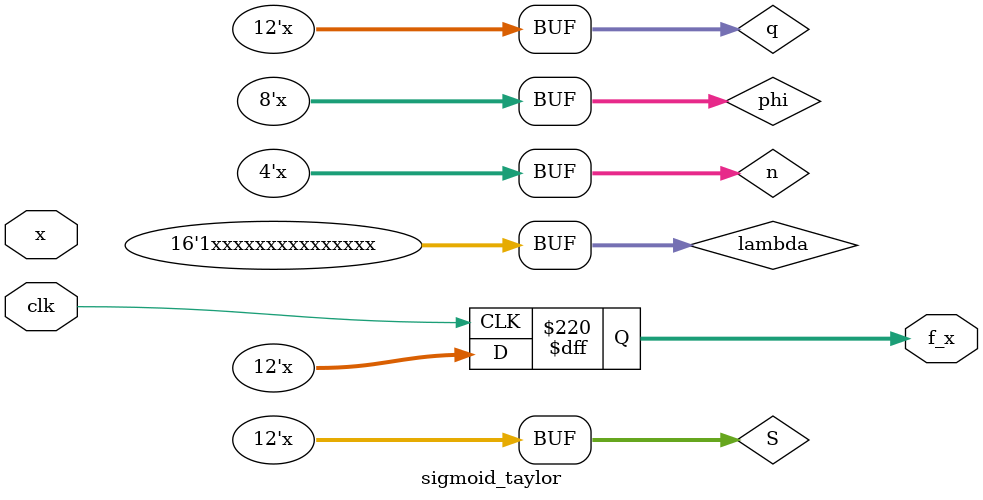
<source format=sv>

`timescale 1ns / 1ps

module sigmoid_taylor (
	input 	logic [11:0] x,		// 12 bits
	input 	logic clk,
	output 	logic [11:0] f_x
);
	
	// sinais auxiliares
	logic [11:0] q, S, result_mult;
	logic [15:0] W, V, lambda, n_temp;
	logic [10:0] phi_xi, xi, p; // tamanhos originais
	//logic [11:0] phi_xi, xi, p; // tam. meus testes
	logic [7:0] phi;
	logic [3:0] n;	// igual a ni
	
	// caracteristica "por partes" da equacao
	always @ (posedge clk) begin
		if (x[11] == 0) begin
			f_x <= q;
		end else begin
			f_x <= S;
		end
	end
	
	// Com Unit (complement Unit)
	always @ (*) begin
		q <= ~S + 1;
	end

	// Gerar o valor de S
	always @ (*) begin
		S <= W + V + lambda;
	end

	// Gerar o valor de lambda, modulo SGU (Special number Generated Unit)
	always @ (*) begin
		lambda[15] 	<= 1;
		lambda[14] 	<= n[3]|n[2]|n[1];
		lambda[13] 	<= n[3]|n[2]|n[0];
		lambda[12] 	<= n[3]|n[2];
		lambda[11] 	<= n[3]|(n[1]&(~n[0]))|((~n[1])&n[0])|(n[2]&n[1]&n[0]);
		lambda[10] 	<= n[3]|(n[2]&n[1])|(n[1]&(~n[0]));
		lambda[9] 	<= n[3]|(n[1]&n[0])|((~n[2])&n[0]);
		lambda[8] 	<= n[3]|((~n[2])&n[1]&n[0]);
		lambda[7] 	<= ((~n[2])&(n[1]|n[0]))|(n[2]&(~n[1])&(~n[0]));
		lambda[6] 	<= (n[3]&n[1])|((~n[2])&n[1]&(~n[0]))|(n[2]&(~n[1])&(~n[0]));
		lambda[5] 	<= (n[3]&n[1]&n[0])|(n[2]&(~n[1]))|((~n[3])&(~n[1])&n[0]);
		lambda[4] 	<= n[2]&(~n[1]);
		lambda[3] 	<= ((~n[3])&(~n[1])&n[0])|((~n[3])&n[1]&(~n[0]))|((~n[3])&(~n[2])&n[1]);
		lambda[2] 	<= (n[2]&(~n[1])&n[0])|((~n[3])&n[1]&(~n[0]))|((~n[3])&(~n[2])&n[1]);
		lambda[1] 	<= ((~n[3])&n[0])|((~n[3])&n[2]&n[1]);
		lambda[0] 	<= n[2]&n[1];
	end

	// Gerar o valor de W e V
	always @ (*) begin

		// Artigo fala lambda mas desconfio que esta errado e que seja n.
		//No modulo, M-SU tem n como entrada, nao lambda
		//if (lambda == 0) begin	// DISCUTIR
		if (n == 0) begin
			W <= phi>>2;
			V <= phi;		// revisando, esses eram os com shift por 0
		end else if (n == 1) begin
			W <= phi>>3;
			V <= phi>>7;
		end else if (n == 2) begin
			W <= phi>>4;
			V <= phi>>5;
		end else if (n == 3) begin
			W <= phi>>5;
			V <= phi>>6;
		end else if (n == 4) begin
			W <= phi>>5;
			V <= phi;		 // revisando
		end else if (n == 5) begin
			W <= phi>>6;
			V <= phi;		// revisando
		end else if (n == 6) begin
			W <= phi>>7;
			V <= phi;		// revisando
		end else if (n == 7) begin
			W <= phi>>8;
			V <= phi;		// revisando
		end else if (n == 8) begin
			W <= phi>>9;
			V <= phi;		// revisando
		end else if (n == 9) begin
			W <= phi>>10;
			V <= phi;		// revisando
		end else if (n == 10) begin
			W <= phi>>11;
			V <= phi;		// revisando
		end else if (n == 11) begin
			W <= phi>>12;
			V <= phi;		// revisando
		end
	end

	// Gerar valor de phi/xi
	always @ (*) begin
		if (n == 0) begin
			phi_xi <= phi;
		end else begin
			phi_xi <= xi;
		end
	end

	// Gerar valor de phi e ni resultado de uma multiplicacao
	always @ (*) begin
		result_mult <= xi * 4'b1_011;
		// n eh a parte inteira de x / ln(2)
		// 1/ln(2) ~= 1.46
		//phi eh a parte decimal de x / ln(2)
		phi <= result_mult[7:0];
		n <= result_mult[11:8];
	end

	// Gerar valor de xi, já contendo o sinal p
	always @ (*) begin
		if (x[11] == 1) begin
			xi <= ~x[10:0] + 1;
		end else begin
			xi <= x[10:0];
		end
	end

endmodule
</source>
